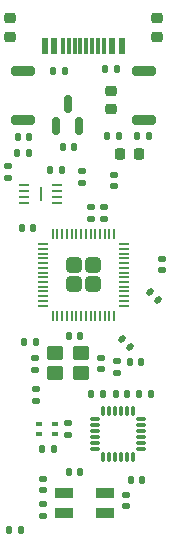
<source format=gbr>
%TF.GenerationSoftware,KiCad,Pcbnew,9.0.6*%
%TF.CreationDate,2026-02-18T17:47:18+01:00*%
%TF.ProjectId,devboard,64657662-6f61-4726-942e-6b696361645f,rev?*%
%TF.SameCoordinates,Original*%
%TF.FileFunction,Paste,Top*%
%TF.FilePolarity,Positive*%
%FSLAX46Y46*%
G04 Gerber Fmt 4.6, Leading zero omitted, Abs format (unit mm)*
G04 Created by KiCad (PCBNEW 9.0.6) date 2026-02-18 17:47:18*
%MOMM*%
%LPD*%
G01*
G04 APERTURE LIST*
G04 Aperture macros list*
%AMRoundRect*
0 Rectangle with rounded corners*
0 $1 Rounding radius*
0 $2 $3 $4 $5 $6 $7 $8 $9 X,Y pos of 4 corners*
0 Add a 4 corners polygon primitive as box body*
4,1,4,$2,$3,$4,$5,$6,$7,$8,$9,$2,$3,0*
0 Add four circle primitives for the rounded corners*
1,1,$1+$1,$2,$3*
1,1,$1+$1,$4,$5*
1,1,$1+$1,$6,$7*
1,1,$1+$1,$8,$9*
0 Add four rect primitives between the rounded corners*
20,1,$1+$1,$2,$3,$4,$5,0*
20,1,$1+$1,$4,$5,$6,$7,0*
20,1,$1+$1,$6,$7,$8,$9,0*
20,1,$1+$1,$8,$9,$2,$3,0*%
G04 Aperture macros list end*
%ADD10RoundRect,0.075000X-0.350000X-0.075000X0.350000X-0.075000X0.350000X0.075000X-0.350000X0.075000X0*%
%ADD11RoundRect,0.075000X0.075000X-0.350000X0.075000X0.350000X-0.075000X0.350000X-0.075000X-0.350000X0*%
%ADD12RoundRect,0.140000X0.140000X0.170000X-0.140000X0.170000X-0.140000X-0.170000X0.140000X-0.170000X0*%
%ADD13RoundRect,0.140000X0.170000X-0.140000X0.170000X0.140000X-0.170000X0.140000X-0.170000X-0.140000X0*%
%ADD14RoundRect,0.140000X-0.140000X-0.170000X0.140000X-0.170000X0.140000X0.170000X-0.140000X0.170000X0*%
%ADD15RoundRect,0.135000X0.135000X0.185000X-0.135000X0.185000X-0.135000X-0.185000X0.135000X-0.185000X0*%
%ADD16RoundRect,0.225000X-0.250000X0.225000X-0.250000X-0.225000X0.250000X-0.225000X0.250000X0.225000X0*%
%ADD17RoundRect,0.140000X-0.170000X0.140000X-0.170000X-0.140000X0.170000X-0.140000X0.170000X0.140000X0*%
%ADD18RoundRect,0.040000X-0.040000X-0.605000X0.040000X-0.605000X0.040000X0.605000X-0.040000X0.605000X0*%
%ADD19RoundRect,0.062500X-0.387500X-0.062500X0.387500X-0.062500X0.387500X0.062500X-0.387500X0.062500X0*%
%ADD20RoundRect,0.135000X-0.135000X-0.185000X0.135000X-0.185000X0.135000X0.185000X-0.135000X0.185000X0*%
%ADD21RoundRect,0.250000X-0.450000X-0.350000X0.450000X-0.350000X0.450000X0.350000X-0.450000X0.350000X0*%
%ADD22RoundRect,0.200000X0.800000X-0.200000X0.800000X0.200000X-0.800000X0.200000X-0.800000X-0.200000X0*%
%ADD23RoundRect,0.135000X-0.185000X0.135000X-0.185000X-0.135000X0.185000X-0.135000X0.185000X0.135000X0*%
%ADD24RoundRect,0.218750X0.256250X-0.218750X0.256250X0.218750X-0.256250X0.218750X-0.256250X-0.218750X0*%
%ADD25RoundRect,0.140000X-0.219203X-0.021213X-0.021213X-0.219203X0.219203X0.021213X0.021213X0.219203X0*%
%ADD26R,1.600000X0.850000*%
%ADD27RoundRect,0.135000X0.185000X-0.135000X0.185000X0.135000X-0.185000X0.135000X-0.185000X-0.135000X0*%
%ADD28RoundRect,0.249999X-0.395001X-0.395001X0.395001X-0.395001X0.395001X0.395001X-0.395001X0.395001X0*%
%ADD29RoundRect,0.050000X-0.387500X-0.050000X0.387500X-0.050000X0.387500X0.050000X-0.387500X0.050000X0*%
%ADD30RoundRect,0.050000X-0.050000X-0.387500X0.050000X-0.387500X0.050000X0.387500X-0.050000X0.387500X0*%
%ADD31R,0.600000X1.450000*%
%ADD32R,0.300000X1.450000*%
%ADD33RoundRect,0.225000X-0.225000X-0.250000X0.225000X-0.250000X0.225000X0.250000X-0.225000X0.250000X0*%
%ADD34R,0.500000X0.300000*%
%ADD35RoundRect,0.150000X0.150000X-0.587500X0.150000X0.587500X-0.150000X0.587500X-0.150000X-0.587500X0*%
G04 APERTURE END LIST*
D10*
%TO.C,U6*%
X61500000Y-87200000D03*
X61500000Y-87700000D03*
X61500000Y-88200000D03*
X61500000Y-88700000D03*
X61500000Y-89200000D03*
X61500000Y-89700000D03*
D11*
X62200000Y-90400000D03*
X62700000Y-90400000D03*
X63200000Y-90400000D03*
X63700000Y-90400000D03*
X64200000Y-90400000D03*
X64700000Y-90400000D03*
D10*
X65400000Y-89700000D03*
X65400000Y-89200000D03*
X65400000Y-88700000D03*
X65400000Y-88200000D03*
X65400000Y-87700000D03*
X65400000Y-87200000D03*
D11*
X64700000Y-86500000D03*
X64200000Y-86500000D03*
X63700000Y-86500000D03*
X63200000Y-86500000D03*
X62700000Y-86500000D03*
X62200000Y-86500000D03*
%TD*%
D12*
%TO.C,C19*%
X55180000Y-96600000D03*
X54220000Y-96600000D03*
%TD*%
D13*
%TO.C,C12*%
X60340000Y-67180000D03*
X60340000Y-66220000D03*
%TD*%
D14*
%TO.C,C17*%
X57695000Y-66125000D03*
X58655000Y-66125000D03*
%TD*%
D15*
%TO.C,R6*%
X66020000Y-63250000D03*
X65000000Y-63250000D03*
%TD*%
D16*
%TO.C,C13*%
X62850000Y-59365000D03*
X62850000Y-60915000D03*
%TD*%
D17*
%TO.C,C9*%
X57100000Y-94400000D03*
X57100000Y-95360000D03*
%TD*%
D14*
%TO.C,C23*%
X64410000Y-82370000D03*
X65370000Y-82370000D03*
%TD*%
D18*
%TO.C,U5*%
X56875000Y-68100000D03*
D19*
X55450000Y-67350000D03*
X55450000Y-67850000D03*
X55450000Y-68350000D03*
X55450000Y-68850000D03*
X58300000Y-68850000D03*
X58300000Y-68350000D03*
X58300000Y-67850000D03*
X58300000Y-67350000D03*
%TD*%
D17*
%TO.C,C2*%
X63110000Y-66530000D03*
X63110000Y-67490000D03*
%TD*%
D20*
%TO.C,R8*%
X56970000Y-89750000D03*
X57990000Y-89750000D03*
%TD*%
D17*
%TO.C,C16*%
X56400000Y-82040000D03*
X56400000Y-83000000D03*
%TD*%
D12*
%TO.C,C3*%
X60230000Y-80160000D03*
X59270000Y-80160000D03*
%TD*%
D20*
%TO.C,R9*%
X61180000Y-85100000D03*
X62200000Y-85100000D03*
%TD*%
D21*
%TO.C,Y1*%
X58100000Y-83300000D03*
X60300000Y-83300000D03*
X60300000Y-81600000D03*
X58100000Y-81600000D03*
%TD*%
D14*
%TO.C,C8*%
X54945000Y-63275000D03*
X55905000Y-63275000D03*
%TD*%
D22*
%TO.C,SW2*%
X55400000Y-61900000D03*
X55400000Y-57700000D03*
%TD*%
D23*
%TO.C,R7*%
X54100000Y-65760000D03*
X54100000Y-66780000D03*
%TD*%
D12*
%TO.C,C24*%
X60200000Y-91700000D03*
X59240000Y-91700000D03*
%TD*%
D22*
%TO.C,SW1*%
X65600000Y-61900000D03*
X65600000Y-57700000D03*
%TD*%
D24*
%TO.C,PWR*%
X66730000Y-54802500D03*
X66730000Y-53227500D03*
%TD*%
D20*
%TO.C,R5*%
X55450000Y-80670000D03*
X56470000Y-80670000D03*
%TD*%
D14*
%TO.C,C21*%
X63220000Y-85100000D03*
X64180000Y-85100000D03*
%TD*%
D25*
%TO.C,C10*%
X63780589Y-80440589D03*
X64459411Y-81119411D03*
%TD*%
D12*
%TO.C,C18*%
X66180000Y-85100000D03*
X65220000Y-85100000D03*
%TD*%
D26*
%TO.C,D3*%
X58850000Y-93425000D03*
X58850000Y-95175000D03*
X62350000Y-95175000D03*
X62350000Y-93425000D03*
%TD*%
D15*
%TO.C,R11*%
X63550000Y-63250000D03*
X62530000Y-63250000D03*
%TD*%
D13*
%TO.C,C15*%
X62000000Y-82985000D03*
X62000000Y-82025000D03*
%TD*%
D27*
%TO.C,R10*%
X63350000Y-83280000D03*
X63350000Y-82260000D03*
%TD*%
D20*
%TO.C,R12*%
X54910000Y-64620000D03*
X55930000Y-64620000D03*
%TD*%
D13*
%TO.C,C25*%
X64100000Y-94580000D03*
X64100000Y-93620000D03*
%TD*%
D28*
%TO.C,U1*%
X59700000Y-74177500D03*
X59700000Y-75777500D03*
X61300000Y-74177500D03*
X61300000Y-75777500D03*
D29*
X57062500Y-72377500D03*
X57062500Y-72777500D03*
X57062500Y-73177500D03*
X57062500Y-73577500D03*
X57062500Y-73977500D03*
X57062500Y-74377500D03*
X57062500Y-74777500D03*
X57062500Y-75177500D03*
X57062500Y-75577500D03*
X57062500Y-75977500D03*
X57062500Y-76377500D03*
X57062500Y-76777500D03*
X57062500Y-77177500D03*
X57062500Y-77577500D03*
D30*
X57900000Y-78415000D03*
X58300000Y-78415000D03*
X58700000Y-78415000D03*
X59100000Y-78415000D03*
X59500000Y-78415000D03*
X59900000Y-78415000D03*
X60300000Y-78415000D03*
X60700000Y-78415000D03*
X61100000Y-78415000D03*
X61500000Y-78415000D03*
X61900000Y-78415000D03*
X62300000Y-78415000D03*
X62700000Y-78415000D03*
X63100000Y-78415000D03*
D29*
X63937500Y-77577500D03*
X63937500Y-77177500D03*
X63937500Y-76777500D03*
X63937500Y-76377500D03*
X63937500Y-75977500D03*
X63937500Y-75577500D03*
X63937500Y-75177500D03*
X63937500Y-74777500D03*
X63937500Y-74377500D03*
X63937500Y-73977500D03*
X63937500Y-73577500D03*
X63937500Y-73177500D03*
X63937500Y-72777500D03*
X63937500Y-72377500D03*
D30*
X63100000Y-71540000D03*
X62700000Y-71540000D03*
X62300000Y-71540000D03*
X61900000Y-71540000D03*
X61500000Y-71540000D03*
X61100000Y-71540000D03*
X60700000Y-71540000D03*
X60300000Y-71540000D03*
X59900000Y-71540000D03*
X59500000Y-71540000D03*
X59100000Y-71540000D03*
X58700000Y-71540000D03*
X58300000Y-71540000D03*
X57900000Y-71540000D03*
%TD*%
D13*
%TO.C,C5*%
X57100000Y-93180000D03*
X57100000Y-92220000D03*
%TD*%
D31*
%TO.C,J1*%
X63750000Y-55595000D03*
X62950000Y-55595000D03*
D32*
X61750000Y-55595000D03*
X60750000Y-55595000D03*
X60250000Y-55595000D03*
X59250000Y-55595000D03*
D31*
X58050000Y-55595000D03*
X57250000Y-55595000D03*
X57250000Y-55595000D03*
X58050000Y-55595000D03*
D32*
X58750000Y-55595000D03*
X59750000Y-55595000D03*
X61250000Y-55595000D03*
X62250000Y-55595000D03*
D31*
X62950000Y-55595000D03*
X63750000Y-55595000D03*
%TD*%
D33*
%TO.C,C14*%
X63625000Y-64780000D03*
X65175000Y-64780000D03*
%TD*%
D23*
%TO.C,R3*%
X61180000Y-69230000D03*
X61180000Y-70250000D03*
%TD*%
D14*
%TO.C,C20*%
X64520000Y-92300000D03*
X65480000Y-92300000D03*
%TD*%
D20*
%TO.C,R1*%
X62300000Y-57570000D03*
X63320000Y-57570000D03*
%TD*%
D17*
%TO.C,C22*%
X59200000Y-87545000D03*
X59200000Y-88505000D03*
%TD*%
D13*
%TO.C,C6*%
X56470000Y-85610000D03*
X56470000Y-84650000D03*
%TD*%
D23*
%TO.C,R4*%
X62220000Y-69230000D03*
X62220000Y-70250000D03*
%TD*%
D24*
%TO.C,RST*%
X54285000Y-54802500D03*
X54285000Y-53227500D03*
%TD*%
D25*
%TO.C,C7*%
X66170589Y-76420589D03*
X66849411Y-77099411D03*
%TD*%
D15*
%TO.C,R2*%
X58940000Y-57740000D03*
X57920000Y-57740000D03*
%TD*%
D12*
%TO.C,C1*%
X59730000Y-64147500D03*
X58770000Y-64147500D03*
%TD*%
D34*
%TO.C,U4*%
X56700000Y-87625000D03*
X56700000Y-88425000D03*
X58100000Y-88425000D03*
X58100000Y-87625000D03*
%TD*%
D17*
%TO.C,C11*%
X67160000Y-73600000D03*
X67160000Y-74560000D03*
%TD*%
D35*
%TO.C,U2*%
X58220000Y-62397500D03*
X60120000Y-62397500D03*
X59170000Y-60522500D03*
%TD*%
D12*
%TO.C,C4*%
X56220000Y-71010000D03*
X55260000Y-71010000D03*
%TD*%
M02*

</source>
